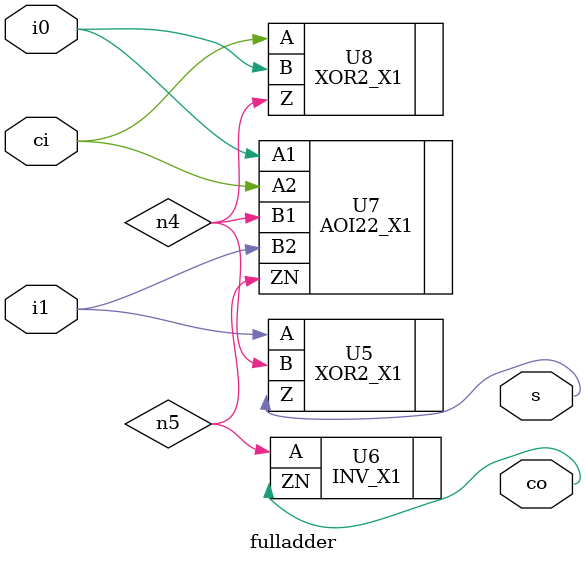
<source format=v>

module fulladder ( i0, i1, ci, s, co );
  input i0, i1, ci;
  output s, co;
  wire   n4, n5;

  XOR2_X1 U5 ( .A(i1), .B(n4), .Z(s) );
  INV_X1 U6 ( .A(n5), .ZN(co) );
  AOI22_X1 U7 ( .A1(i0), .A2(ci), .B1(n4), .B2(i1), .ZN(n5) );
  XOR2_X1 U8 ( .A(ci), .B(i0), .Z(n4) );
endmodule


</source>
